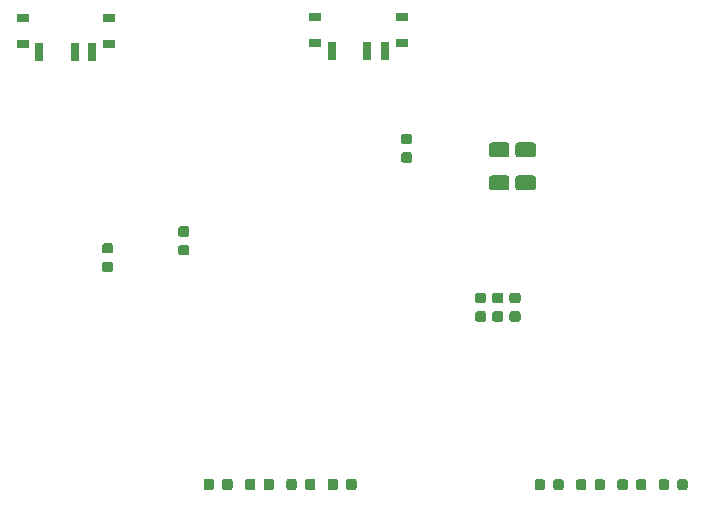
<source format=gbp>
G04 #@! TF.GenerationSoftware,KiCad,Pcbnew,5.99.0-unknown-a5c7d45~86~ubuntu18.04.1*
G04 #@! TF.CreationDate,2020-01-09T21:59:45+01:00*
G04 #@! TF.ProjectId,v1,76312e6b-6963-4616-945f-706362585858,rev?*
G04 #@! TF.SameCoordinates,Original*
G04 #@! TF.FileFunction,Paste,Bot*
G04 #@! TF.FilePolarity,Positive*
%FSLAX46Y46*%
G04 Gerber Fmt 4.6, Leading zero omitted, Abs format (unit mm)*
G04 Created by KiCad (PCBNEW 5.99.0-unknown-a5c7d45~86~ubuntu18.04.1) date 2020-01-09 21:59:45*
%MOMM*%
%LPD*%
G04 APERTURE LIST*
%ADD10R,1.000000X0.800000*%
%ADD11R,0.700000X1.500000*%
G04 APERTURE END LIST*
G36*
X198089962Y-108686651D02*
G01*
X198160930Y-108734070D01*
X198208349Y-108805038D01*
X198225000Y-108888750D01*
X198225000Y-109401250D01*
X198208349Y-109484962D01*
X198160930Y-109555930D01*
X198089962Y-109603349D01*
X198006250Y-109620000D01*
X197568750Y-109620000D01*
X197485038Y-109603349D01*
X197414070Y-109555930D01*
X197366651Y-109484962D01*
X197350000Y-109401250D01*
X197350000Y-108888750D01*
X197366651Y-108805038D01*
X197414070Y-108734070D01*
X197485038Y-108686651D01*
X197568750Y-108670000D01*
X198006250Y-108670000D01*
X198089962Y-108686651D01*
G37*
G36*
X196514962Y-108686651D02*
G01*
X196585930Y-108734070D01*
X196633349Y-108805038D01*
X196650000Y-108888750D01*
X196650000Y-109401250D01*
X196633349Y-109484962D01*
X196585930Y-109555930D01*
X196514962Y-109603349D01*
X196431250Y-109620000D01*
X195993750Y-109620000D01*
X195910038Y-109603349D01*
X195839070Y-109555930D01*
X195791651Y-109484962D01*
X195775000Y-109401250D01*
X195775000Y-108888750D01*
X195791651Y-108805038D01*
X195839070Y-108734070D01*
X195910038Y-108686651D01*
X195993750Y-108670000D01*
X196431250Y-108670000D01*
X196514962Y-108686651D01*
G37*
G36*
X173559962Y-108676651D02*
G01*
X173630930Y-108724070D01*
X173678349Y-108795038D01*
X173695000Y-108878750D01*
X173695000Y-109391250D01*
X173678349Y-109474962D01*
X173630930Y-109545930D01*
X173559962Y-109593349D01*
X173476250Y-109610000D01*
X173038750Y-109610000D01*
X172955038Y-109593349D01*
X172884070Y-109545930D01*
X172836651Y-109474962D01*
X172820000Y-109391250D01*
X172820000Y-108878750D01*
X172836651Y-108795038D01*
X172884070Y-108724070D01*
X172955038Y-108676651D01*
X173038750Y-108660000D01*
X173476250Y-108660000D01*
X173559962Y-108676651D01*
G37*
G36*
X171984962Y-108676651D02*
G01*
X172055930Y-108724070D01*
X172103349Y-108795038D01*
X172120000Y-108878750D01*
X172120000Y-109391250D01*
X172103349Y-109474962D01*
X172055930Y-109545930D01*
X171984962Y-109593349D01*
X171901250Y-109610000D01*
X171463750Y-109610000D01*
X171380038Y-109593349D01*
X171309070Y-109545930D01*
X171261651Y-109474962D01*
X171245000Y-109391250D01*
X171245000Y-108878750D01*
X171261651Y-108795038D01*
X171309070Y-108724070D01*
X171380038Y-108676651D01*
X171463750Y-108660000D01*
X171901250Y-108660000D01*
X171984962Y-108676651D01*
G37*
D10*
X173700000Y-71780000D03*
X181000000Y-71780000D03*
X181000000Y-69570000D03*
X173700000Y-69570000D03*
D11*
X179600000Y-72430000D03*
X178100000Y-72430000D03*
X175100000Y-72430000D03*
D10*
X148930000Y-71890000D03*
X156230000Y-71890000D03*
X156230000Y-69680000D03*
X148930000Y-69680000D03*
D11*
X154830000Y-72540000D03*
X153330000Y-72540000D03*
X150330000Y-72540000D03*
G36*
X205089962Y-108686651D02*
G01*
X205160930Y-108734070D01*
X205208349Y-108805038D01*
X205225000Y-108888750D01*
X205225000Y-109401250D01*
X205208349Y-109484962D01*
X205160930Y-109555930D01*
X205089962Y-109603349D01*
X205006250Y-109620000D01*
X204568750Y-109620000D01*
X204485038Y-109603349D01*
X204414070Y-109555930D01*
X204366651Y-109484962D01*
X204350000Y-109401250D01*
X204350000Y-108888750D01*
X204366651Y-108805038D01*
X204414070Y-108734070D01*
X204485038Y-108686651D01*
X204568750Y-108670000D01*
X205006250Y-108670000D01*
X205089962Y-108686651D01*
G37*
G36*
X203514962Y-108686651D02*
G01*
X203585930Y-108734070D01*
X203633349Y-108805038D01*
X203650000Y-108888750D01*
X203650000Y-109401250D01*
X203633349Y-109484962D01*
X203585930Y-109555930D01*
X203514962Y-109603349D01*
X203431250Y-109620000D01*
X202993750Y-109620000D01*
X202910038Y-109603349D01*
X202839070Y-109555930D01*
X202791651Y-109484962D01*
X202775000Y-109401250D01*
X202775000Y-108888750D01*
X202791651Y-108805038D01*
X202839070Y-108734070D01*
X202910038Y-108686651D01*
X202993750Y-108670000D01*
X203431250Y-108670000D01*
X203514962Y-108686651D01*
G37*
G36*
X201589962Y-108686651D02*
G01*
X201660930Y-108734070D01*
X201708349Y-108805038D01*
X201725000Y-108888750D01*
X201725000Y-109401250D01*
X201708349Y-109484962D01*
X201660930Y-109555930D01*
X201589962Y-109603349D01*
X201506250Y-109620000D01*
X201068750Y-109620000D01*
X200985038Y-109603349D01*
X200914070Y-109555930D01*
X200866651Y-109484962D01*
X200850000Y-109401250D01*
X200850000Y-108888750D01*
X200866651Y-108805038D01*
X200914070Y-108734070D01*
X200985038Y-108686651D01*
X201068750Y-108670000D01*
X201506250Y-108670000D01*
X201589962Y-108686651D01*
G37*
G36*
X200014962Y-108686651D02*
G01*
X200085930Y-108734070D01*
X200133349Y-108805038D01*
X200150000Y-108888750D01*
X200150000Y-109401250D01*
X200133349Y-109484962D01*
X200085930Y-109555930D01*
X200014962Y-109603349D01*
X199931250Y-109620000D01*
X199493750Y-109620000D01*
X199410038Y-109603349D01*
X199339070Y-109555930D01*
X199291651Y-109484962D01*
X199275000Y-109401250D01*
X199275000Y-108888750D01*
X199291651Y-108805038D01*
X199339070Y-108734070D01*
X199410038Y-108686651D01*
X199493750Y-108670000D01*
X199931250Y-108670000D01*
X200014962Y-108686651D01*
G37*
G36*
X194589962Y-108686651D02*
G01*
X194660930Y-108734070D01*
X194708349Y-108805038D01*
X194725000Y-108888750D01*
X194725000Y-109401250D01*
X194708349Y-109484962D01*
X194660930Y-109555930D01*
X194589962Y-109603349D01*
X194506250Y-109620000D01*
X194068750Y-109620000D01*
X193985038Y-109603349D01*
X193914070Y-109555930D01*
X193866651Y-109484962D01*
X193850000Y-109401250D01*
X193850000Y-108888750D01*
X193866651Y-108805038D01*
X193914070Y-108734070D01*
X193985038Y-108686651D01*
X194068750Y-108670000D01*
X194506250Y-108670000D01*
X194589962Y-108686651D01*
G37*
G36*
X193014962Y-108686651D02*
G01*
X193085930Y-108734070D01*
X193133349Y-108805038D01*
X193150000Y-108888750D01*
X193150000Y-109401250D01*
X193133349Y-109484962D01*
X193085930Y-109555930D01*
X193014962Y-109603349D01*
X192931250Y-109620000D01*
X192493750Y-109620000D01*
X192410038Y-109603349D01*
X192339070Y-109555930D01*
X192291651Y-109484962D01*
X192275000Y-109401250D01*
X192275000Y-108888750D01*
X192291651Y-108805038D01*
X192339070Y-108734070D01*
X192410038Y-108686651D01*
X192493750Y-108670000D01*
X192931250Y-108670000D01*
X193014962Y-108686651D01*
G37*
G36*
X177059962Y-108676651D02*
G01*
X177130930Y-108724070D01*
X177178349Y-108795038D01*
X177195000Y-108878750D01*
X177195000Y-109391250D01*
X177178349Y-109474962D01*
X177130930Y-109545930D01*
X177059962Y-109593349D01*
X176976250Y-109610000D01*
X176538750Y-109610000D01*
X176455038Y-109593349D01*
X176384070Y-109545930D01*
X176336651Y-109474962D01*
X176320000Y-109391250D01*
X176320000Y-108878750D01*
X176336651Y-108795038D01*
X176384070Y-108724070D01*
X176455038Y-108676651D01*
X176538750Y-108660000D01*
X176976250Y-108660000D01*
X177059962Y-108676651D01*
G37*
G36*
X175484962Y-108676651D02*
G01*
X175555930Y-108724070D01*
X175603349Y-108795038D01*
X175620000Y-108878750D01*
X175620000Y-109391250D01*
X175603349Y-109474962D01*
X175555930Y-109545930D01*
X175484962Y-109593349D01*
X175401250Y-109610000D01*
X174963750Y-109610000D01*
X174880038Y-109593349D01*
X174809070Y-109545930D01*
X174761651Y-109474962D01*
X174745000Y-109391250D01*
X174745000Y-108878750D01*
X174761651Y-108795038D01*
X174809070Y-108724070D01*
X174880038Y-108676651D01*
X174963750Y-108660000D01*
X175401250Y-108660000D01*
X175484962Y-108676651D01*
G37*
G36*
X170059962Y-108676651D02*
G01*
X170130930Y-108724070D01*
X170178349Y-108795038D01*
X170195000Y-108878750D01*
X170195000Y-109391250D01*
X170178349Y-109474962D01*
X170130930Y-109545930D01*
X170059962Y-109593349D01*
X169976250Y-109610000D01*
X169538750Y-109610000D01*
X169455038Y-109593349D01*
X169384070Y-109545930D01*
X169336651Y-109474962D01*
X169320000Y-109391250D01*
X169320000Y-108878750D01*
X169336651Y-108795038D01*
X169384070Y-108724070D01*
X169455038Y-108676651D01*
X169538750Y-108660000D01*
X169976250Y-108660000D01*
X170059962Y-108676651D01*
G37*
G36*
X168484962Y-108676651D02*
G01*
X168555930Y-108724070D01*
X168603349Y-108795038D01*
X168620000Y-108878750D01*
X168620000Y-109391250D01*
X168603349Y-109474962D01*
X168555930Y-109545930D01*
X168484962Y-109593349D01*
X168401250Y-109610000D01*
X167963750Y-109610000D01*
X167880038Y-109593349D01*
X167809070Y-109545930D01*
X167761651Y-109474962D01*
X167745000Y-109391250D01*
X167745000Y-108878750D01*
X167761651Y-108795038D01*
X167809070Y-108724070D01*
X167880038Y-108676651D01*
X167963750Y-108660000D01*
X168401250Y-108660000D01*
X168484962Y-108676651D01*
G37*
G36*
X166559962Y-108676651D02*
G01*
X166630930Y-108724070D01*
X166678349Y-108795038D01*
X166695000Y-108878750D01*
X166695000Y-109391250D01*
X166678349Y-109474962D01*
X166630930Y-109545930D01*
X166559962Y-109593349D01*
X166476250Y-109610000D01*
X166038750Y-109610000D01*
X165955038Y-109593349D01*
X165884070Y-109545930D01*
X165836651Y-109474962D01*
X165820000Y-109391250D01*
X165820000Y-108878750D01*
X165836651Y-108795038D01*
X165884070Y-108724070D01*
X165955038Y-108676651D01*
X166038750Y-108660000D01*
X166476250Y-108660000D01*
X166559962Y-108676651D01*
G37*
G36*
X164984962Y-108676651D02*
G01*
X165055930Y-108724070D01*
X165103349Y-108795038D01*
X165120000Y-108878750D01*
X165120000Y-109391250D01*
X165103349Y-109474962D01*
X165055930Y-109545930D01*
X164984962Y-109593349D01*
X164901250Y-109610000D01*
X164463750Y-109610000D01*
X164380038Y-109593349D01*
X164309070Y-109545930D01*
X164261651Y-109474962D01*
X164245000Y-109391250D01*
X164245000Y-108878750D01*
X164261651Y-108795038D01*
X164309070Y-108724070D01*
X164380038Y-108676651D01*
X164463750Y-108660000D01*
X164901250Y-108660000D01*
X164984962Y-108676651D01*
G37*
G36*
X162889962Y-88876651D02*
G01*
X162960930Y-88924070D01*
X163008349Y-88995038D01*
X163025000Y-89078750D01*
X163025000Y-89516250D01*
X163008349Y-89599962D01*
X162960930Y-89670930D01*
X162889962Y-89718349D01*
X162806250Y-89735000D01*
X162293750Y-89735000D01*
X162210038Y-89718349D01*
X162139070Y-89670930D01*
X162091651Y-89599962D01*
X162075000Y-89516250D01*
X162075000Y-89078750D01*
X162091651Y-88995038D01*
X162139070Y-88924070D01*
X162210038Y-88876651D01*
X162293750Y-88860000D01*
X162806250Y-88860000D01*
X162889962Y-88876651D01*
G37*
G36*
X162889962Y-87301651D02*
G01*
X162960930Y-87349070D01*
X163008349Y-87420038D01*
X163025000Y-87503750D01*
X163025000Y-87941250D01*
X163008349Y-88024962D01*
X162960930Y-88095930D01*
X162889962Y-88143349D01*
X162806250Y-88160000D01*
X162293750Y-88160000D01*
X162210038Y-88143349D01*
X162139070Y-88095930D01*
X162091651Y-88024962D01*
X162075000Y-87941250D01*
X162075000Y-87503750D01*
X162091651Y-87420038D01*
X162139070Y-87349070D01*
X162210038Y-87301651D01*
X162293750Y-87285000D01*
X162806250Y-87285000D01*
X162889962Y-87301651D01*
G37*
G36*
X156449962Y-90306651D02*
G01*
X156520930Y-90354070D01*
X156568349Y-90425038D01*
X156585000Y-90508750D01*
X156585000Y-90946250D01*
X156568349Y-91029962D01*
X156520930Y-91100930D01*
X156449962Y-91148349D01*
X156366250Y-91165000D01*
X155853750Y-91165000D01*
X155770038Y-91148349D01*
X155699070Y-91100930D01*
X155651651Y-91029962D01*
X155635000Y-90946250D01*
X155635000Y-90508750D01*
X155651651Y-90425038D01*
X155699070Y-90354070D01*
X155770038Y-90306651D01*
X155853750Y-90290000D01*
X156366250Y-90290000D01*
X156449962Y-90306651D01*
G37*
G36*
X156449962Y-88731651D02*
G01*
X156520930Y-88779070D01*
X156568349Y-88850038D01*
X156585000Y-88933750D01*
X156585000Y-89371250D01*
X156568349Y-89454962D01*
X156520930Y-89525930D01*
X156449962Y-89573349D01*
X156366250Y-89590000D01*
X155853750Y-89590000D01*
X155770038Y-89573349D01*
X155699070Y-89525930D01*
X155651651Y-89454962D01*
X155635000Y-89371250D01*
X155635000Y-88933750D01*
X155651651Y-88850038D01*
X155699070Y-88779070D01*
X155770038Y-88731651D01*
X155853750Y-88715000D01*
X156366250Y-88715000D01*
X156449962Y-88731651D01*
G37*
G36*
X190939962Y-92931651D02*
G01*
X191010930Y-92979070D01*
X191058349Y-93050038D01*
X191075000Y-93133750D01*
X191075000Y-93571250D01*
X191058349Y-93654962D01*
X191010930Y-93725930D01*
X190939962Y-93773349D01*
X190856250Y-93790000D01*
X190343750Y-93790000D01*
X190260038Y-93773349D01*
X190189070Y-93725930D01*
X190141651Y-93654962D01*
X190125000Y-93571250D01*
X190125000Y-93133750D01*
X190141651Y-93050038D01*
X190189070Y-92979070D01*
X190260038Y-92931651D01*
X190343750Y-92915000D01*
X190856250Y-92915000D01*
X190939962Y-92931651D01*
G37*
G36*
X190939962Y-94506651D02*
G01*
X191010930Y-94554070D01*
X191058349Y-94625038D01*
X191075000Y-94708750D01*
X191075000Y-95146250D01*
X191058349Y-95229962D01*
X191010930Y-95300930D01*
X190939962Y-95348349D01*
X190856250Y-95365000D01*
X190343750Y-95365000D01*
X190260038Y-95348349D01*
X190189070Y-95300930D01*
X190141651Y-95229962D01*
X190125000Y-95146250D01*
X190125000Y-94708750D01*
X190141651Y-94625038D01*
X190189070Y-94554070D01*
X190260038Y-94506651D01*
X190343750Y-94490000D01*
X190856250Y-94490000D01*
X190939962Y-94506651D01*
G37*
G36*
X189489962Y-92931651D02*
G01*
X189560930Y-92979070D01*
X189608349Y-93050038D01*
X189625000Y-93133750D01*
X189625000Y-93571250D01*
X189608349Y-93654962D01*
X189560930Y-93725930D01*
X189489962Y-93773349D01*
X189406250Y-93790000D01*
X188893750Y-93790000D01*
X188810038Y-93773349D01*
X188739070Y-93725930D01*
X188691651Y-93654962D01*
X188675000Y-93571250D01*
X188675000Y-93133750D01*
X188691651Y-93050038D01*
X188739070Y-92979070D01*
X188810038Y-92931651D01*
X188893750Y-92915000D01*
X189406250Y-92915000D01*
X189489962Y-92931651D01*
G37*
G36*
X189489962Y-94506651D02*
G01*
X189560930Y-94554070D01*
X189608349Y-94625038D01*
X189625000Y-94708750D01*
X189625000Y-95146250D01*
X189608349Y-95229962D01*
X189560930Y-95300930D01*
X189489962Y-95348349D01*
X189406250Y-95365000D01*
X188893750Y-95365000D01*
X188810038Y-95348349D01*
X188739070Y-95300930D01*
X188691651Y-95229962D01*
X188675000Y-95146250D01*
X188675000Y-94708750D01*
X188691651Y-94625038D01*
X188739070Y-94554070D01*
X188810038Y-94506651D01*
X188893750Y-94490000D01*
X189406250Y-94490000D01*
X189489962Y-94506651D01*
G37*
G36*
X188029962Y-92931651D02*
G01*
X188100930Y-92979070D01*
X188148349Y-93050038D01*
X188165000Y-93133750D01*
X188165000Y-93571250D01*
X188148349Y-93654962D01*
X188100930Y-93725930D01*
X188029962Y-93773349D01*
X187946250Y-93790000D01*
X187433750Y-93790000D01*
X187350038Y-93773349D01*
X187279070Y-93725930D01*
X187231651Y-93654962D01*
X187215000Y-93571250D01*
X187215000Y-93133750D01*
X187231651Y-93050038D01*
X187279070Y-92979070D01*
X187350038Y-92931651D01*
X187433750Y-92915000D01*
X187946250Y-92915000D01*
X188029962Y-92931651D01*
G37*
G36*
X188029962Y-94506651D02*
G01*
X188100930Y-94554070D01*
X188148349Y-94625038D01*
X188165000Y-94708750D01*
X188165000Y-95146250D01*
X188148349Y-95229962D01*
X188100930Y-95300930D01*
X188029962Y-95348349D01*
X187946250Y-95365000D01*
X187433750Y-95365000D01*
X187350038Y-95348349D01*
X187279070Y-95300930D01*
X187231651Y-95229962D01*
X187215000Y-95146250D01*
X187215000Y-94708750D01*
X187231651Y-94625038D01*
X187279070Y-94554070D01*
X187350038Y-94506651D01*
X187433750Y-94490000D01*
X187946250Y-94490000D01*
X188029962Y-94506651D01*
G37*
G36*
X181769962Y-81039151D02*
G01*
X181840930Y-81086570D01*
X181888349Y-81157538D01*
X181905000Y-81241250D01*
X181905000Y-81678750D01*
X181888349Y-81762462D01*
X181840930Y-81833430D01*
X181769962Y-81880849D01*
X181686250Y-81897500D01*
X181173750Y-81897500D01*
X181090038Y-81880849D01*
X181019070Y-81833430D01*
X180971651Y-81762462D01*
X180955000Y-81678750D01*
X180955000Y-81241250D01*
X180971651Y-81157538D01*
X181019070Y-81086570D01*
X181090038Y-81039151D01*
X181173750Y-81022500D01*
X181686250Y-81022500D01*
X181769962Y-81039151D01*
G37*
G36*
X181769962Y-79464151D02*
G01*
X181840930Y-79511570D01*
X181888349Y-79582538D01*
X181905000Y-79666250D01*
X181905000Y-80103750D01*
X181888349Y-80187462D01*
X181840930Y-80258430D01*
X181769962Y-80305849D01*
X181686250Y-80322500D01*
X181173750Y-80322500D01*
X181090038Y-80305849D01*
X181019070Y-80258430D01*
X180971651Y-80187462D01*
X180955000Y-80103750D01*
X180955000Y-79666250D01*
X180971651Y-79582538D01*
X181019070Y-79511570D01*
X181090038Y-79464151D01*
X181173750Y-79447500D01*
X181686250Y-79447500D01*
X181769962Y-79464151D01*
G37*
G36*
X189980671Y-83004030D02*
G01*
X190061777Y-83058223D01*
X190115970Y-83139329D01*
X190135000Y-83235000D01*
X190135000Y-83985000D01*
X190115970Y-84080671D01*
X190061777Y-84161777D01*
X189980671Y-84215970D01*
X189885000Y-84235000D01*
X188635000Y-84235000D01*
X188539329Y-84215970D01*
X188458223Y-84161777D01*
X188404030Y-84080671D01*
X188385000Y-83985000D01*
X188385000Y-83235000D01*
X188404030Y-83139329D01*
X188458223Y-83058223D01*
X188539329Y-83004030D01*
X188635000Y-82985000D01*
X189885000Y-82985000D01*
X189980671Y-83004030D01*
G37*
G36*
X189980671Y-80204030D02*
G01*
X190061777Y-80258223D01*
X190115970Y-80339329D01*
X190135000Y-80435000D01*
X190135000Y-81185000D01*
X190115970Y-81280671D01*
X190061777Y-81361777D01*
X189980671Y-81415970D01*
X189885000Y-81435000D01*
X188635000Y-81435000D01*
X188539329Y-81415970D01*
X188458223Y-81361777D01*
X188404030Y-81280671D01*
X188385000Y-81185000D01*
X188385000Y-80435000D01*
X188404030Y-80339329D01*
X188458223Y-80258223D01*
X188539329Y-80204030D01*
X188635000Y-80185000D01*
X189885000Y-80185000D01*
X189980671Y-80204030D01*
G37*
G36*
X192230671Y-83004030D02*
G01*
X192311777Y-83058223D01*
X192365970Y-83139329D01*
X192385000Y-83235000D01*
X192385000Y-83985000D01*
X192365970Y-84080671D01*
X192311777Y-84161777D01*
X192230671Y-84215970D01*
X192135000Y-84235000D01*
X190885000Y-84235000D01*
X190789329Y-84215970D01*
X190708223Y-84161777D01*
X190654030Y-84080671D01*
X190635000Y-83985000D01*
X190635000Y-83235000D01*
X190654030Y-83139329D01*
X190708223Y-83058223D01*
X190789329Y-83004030D01*
X190885000Y-82985000D01*
X192135000Y-82985000D01*
X192230671Y-83004030D01*
G37*
G36*
X192230671Y-80204030D02*
G01*
X192311777Y-80258223D01*
X192365970Y-80339329D01*
X192385000Y-80435000D01*
X192385000Y-81185000D01*
X192365970Y-81280671D01*
X192311777Y-81361777D01*
X192230671Y-81415970D01*
X192135000Y-81435000D01*
X190885000Y-81435000D01*
X190789329Y-81415970D01*
X190708223Y-81361777D01*
X190654030Y-81280671D01*
X190635000Y-81185000D01*
X190635000Y-80435000D01*
X190654030Y-80339329D01*
X190708223Y-80258223D01*
X190789329Y-80204030D01*
X190885000Y-80185000D01*
X192135000Y-80185000D01*
X192230671Y-80204030D01*
G37*
M02*

</source>
